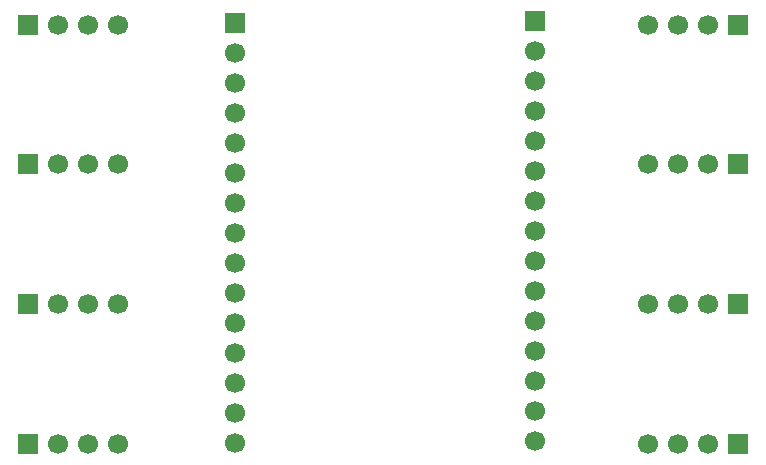
<source format=gbr>
%TF.GenerationSoftware,KiCad,Pcbnew,9.0.3-9.0.3-0~ubuntu24.04.1*%
%TF.CreationDate,2025-08-18T18:47:55+03:00*%
%TF.ProjectId,PCH_ESP32,5043485f-4553-4503-9332-2e6b69636164,rev?*%
%TF.SameCoordinates,Original*%
%TF.FileFunction,Soldermask,Top*%
%TF.FilePolarity,Negative*%
%FSLAX46Y46*%
G04 Gerber Fmt 4.6, Leading zero omitted, Abs format (unit mm)*
G04 Created by KiCad (PCBNEW 9.0.3-9.0.3-0~ubuntu24.04.1) date 2025-08-18 18:47:55*
%MOMM*%
%LPD*%
G01*
G04 APERTURE LIST*
%ADD10C,1.700000*%
%ADD11R,1.700000X1.700000*%
G04 APERTURE END LIST*
D10*
%TO.C,J7*%
X140080000Y-61000000D03*
X137540000Y-61000000D03*
X135000000Y-61000000D03*
D11*
X132460000Y-61000000D03*
%TD*%
D10*
%TO.C,J1*%
X150000000Y-96450000D03*
X150000000Y-93910000D03*
X150000000Y-91370000D03*
X150000000Y-88830000D03*
X150000000Y-86290000D03*
X150000000Y-83750000D03*
X150000000Y-81210000D03*
X150000000Y-78670000D03*
X150000000Y-76130000D03*
X150000000Y-73590000D03*
X150000000Y-71050000D03*
X150000000Y-68510000D03*
X150000000Y-65970000D03*
X150000000Y-63430000D03*
D11*
X150000000Y-60890000D03*
%TD*%
D10*
%TO.C,J9*%
X140080000Y-84660000D03*
X137540000Y-84660000D03*
X135000000Y-84660000D03*
D11*
X132460000Y-84660000D03*
%TD*%
%TO.C,J2*%
X175400000Y-60680000D03*
D10*
X175400000Y-63220000D03*
X175400000Y-65760000D03*
X175400000Y-68300000D03*
X175400000Y-70840000D03*
X175400000Y-73380000D03*
X175400000Y-75920000D03*
X175400000Y-78460000D03*
X175400000Y-81000000D03*
X175400000Y-83540000D03*
X175400000Y-86080000D03*
X175400000Y-88620000D03*
X175400000Y-91160000D03*
X175400000Y-93700000D03*
X175400000Y-96240000D03*
%TD*%
D11*
%TO.C,J5*%
X192540000Y-84660000D03*
D10*
X190000000Y-84660000D03*
X187460000Y-84660000D03*
X184920000Y-84660000D03*
%TD*%
%TO.C,J8*%
X140080000Y-72830000D03*
X137540000Y-72830000D03*
X135000000Y-72830000D03*
D11*
X132460000Y-72830000D03*
%TD*%
D10*
%TO.C,J10*%
X140080000Y-96500000D03*
X137540000Y-96500000D03*
X135000000Y-96500000D03*
D11*
X132460000Y-96500000D03*
%TD*%
%TO.C,J3*%
X192540000Y-61000000D03*
D10*
X190000000Y-61000000D03*
X187460000Y-61000000D03*
X184920000Y-61000000D03*
%TD*%
%TO.C,J6*%
X184920000Y-96500000D03*
X187460000Y-96500000D03*
X190000000Y-96500000D03*
D11*
X192540000Y-96500000D03*
%TD*%
D10*
%TO.C,J4*%
X184920000Y-72830000D03*
X187460000Y-72830000D03*
X190000000Y-72830000D03*
D11*
X192540000Y-72830000D03*
%TD*%
M02*

</source>
